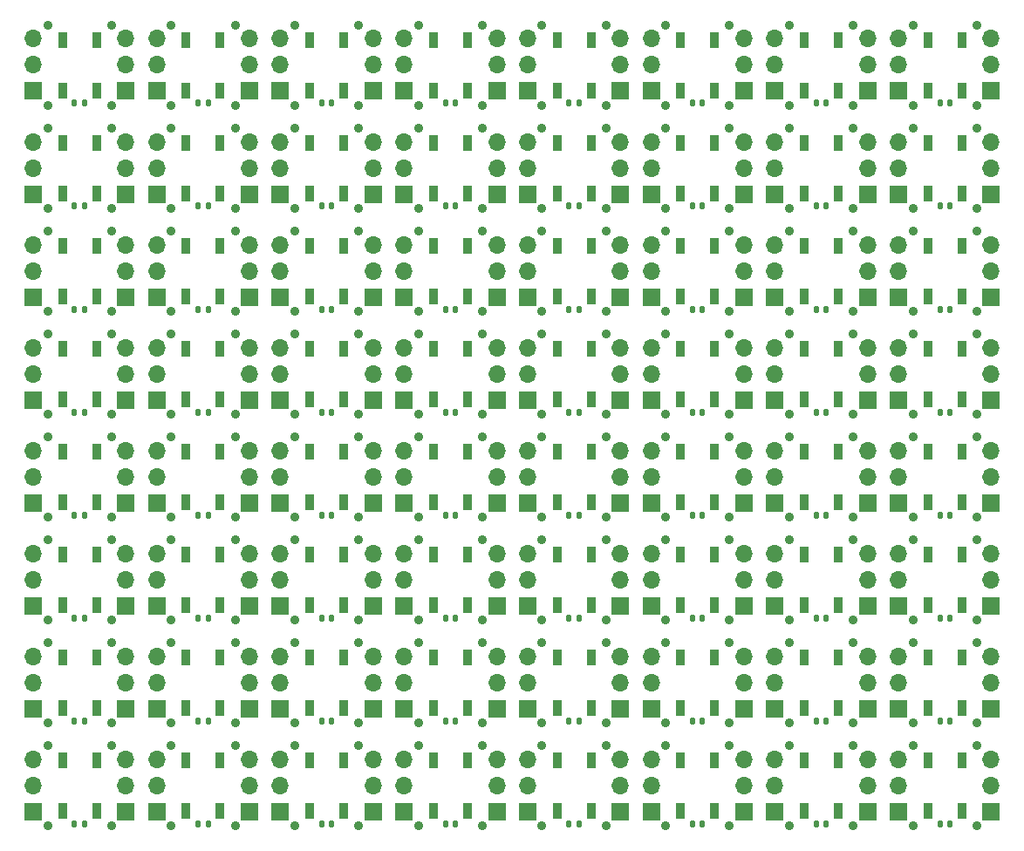
<source format=gbr>
%TF.GenerationSoftware,KiCad,Pcbnew,8.0.5*%
%TF.CreationDate,2024-10-23T08:28:05+02:00*%
%TF.ProjectId,ws2812b_carry,77733238-3132-4625-9f63-617272792e6b,rev?*%
%TF.SameCoordinates,Original*%
%TF.FileFunction,Soldermask,Top*%
%TF.FilePolarity,Negative*%
%FSLAX46Y46*%
G04 Gerber Fmt 4.6, Leading zero omitted, Abs format (unit mm)*
G04 Created by KiCad (PCBNEW 8.0.5) date 2024-10-23 08:28:05*
%MOMM*%
%LPD*%
G01*
G04 APERTURE LIST*
G04 Aperture macros list*
%AMRoundRect*
0 Rectangle with rounded corners*
0 $1 Rounding radius*
0 $2 $3 $4 $5 $6 $7 $8 $9 X,Y pos of 4 corners*
0 Add a 4 corners polygon primitive as box body*
4,1,4,$2,$3,$4,$5,$6,$7,$8,$9,$2,$3,0*
0 Add four circle primitives for the rounded corners*
1,1,$1+$1,$2,$3*
1,1,$1+$1,$4,$5*
1,1,$1+$1,$6,$7*
1,1,$1+$1,$8,$9*
0 Add four rect primitives between the rounded corners*
20,1,$1+$1,$2,$3,$4,$5,0*
20,1,$1+$1,$4,$5,$6,$7,0*
20,1,$1+$1,$6,$7,$8,$9,0*
20,1,$1+$1,$8,$9,$2,$3,0*%
G04 Aperture macros list end*
%ADD10C,0.900000*%
%ADD11R,1.700000X1.700000*%
%ADD12O,1.700000X1.700000*%
%ADD13R,0.900000X1.500000*%
%ADD14RoundRect,0.140000X-0.140000X-0.170000X0.140000X-0.170000X0.140000X0.170000X-0.140000X0.170000X0*%
G04 APERTURE END LIST*
D10*
%TO.C,REF\u002A\u002A*%
X138900000Y-86100000D03*
%TD*%
D11*
%TO.C,J2*%
X98500000Y-72525000D03*
D12*
X98500000Y-69985000D03*
X98500000Y-67445000D03*
%TD*%
D10*
%TO.C,REF\u002A\u002A*%
X78900000Y-56100000D03*
%TD*%
%TO.C,REF\u002A\u002A*%
X133100000Y-73900000D03*
%TD*%
%TO.C,REF\u002A\u002A*%
X97100000Y-33900000D03*
%TD*%
D13*
%TO.C,D1*%
X140350000Y-42450000D03*
X143650000Y-42450000D03*
X143650000Y-37550000D03*
X140350000Y-37550000D03*
%TD*%
D14*
%TO.C,C1*%
X141520000Y-43700000D03*
X142480000Y-43700000D03*
%TD*%
D11*
%TO.C,J1*%
X65500000Y-72525000D03*
D12*
X65500000Y-69985000D03*
X65500000Y-67445000D03*
%TD*%
D14*
%TO.C,C1*%
X117520000Y-43700000D03*
X118480000Y-43700000D03*
%TD*%
D10*
%TO.C,REF\u002A\u002A*%
X150900000Y-33900000D03*
%TD*%
%TO.C,REF\u002A\u002A*%
X138900000Y-103900000D03*
%TD*%
D14*
%TO.C,C1*%
X93520000Y-53700000D03*
X94480000Y-53700000D03*
%TD*%
D13*
%TO.C,D1*%
X152350000Y-62450000D03*
X155650000Y-62450000D03*
X155650000Y-57550000D03*
X152350000Y-57550000D03*
%TD*%
D10*
%TO.C,REF\u002A\u002A*%
X78900000Y-86100000D03*
%TD*%
%TO.C,REF\u002A\u002A*%
X114900000Y-63900000D03*
%TD*%
D11*
%TO.C,J1*%
X149500000Y-52525000D03*
D12*
X149500000Y-49985000D03*
X149500000Y-47445000D03*
%TD*%
D10*
%TO.C,REF\u002A\u002A*%
X73100000Y-33900000D03*
%TD*%
D11*
%TO.C,J1*%
X101500000Y-92525000D03*
D12*
X101500000Y-89985000D03*
X101500000Y-87445000D03*
%TD*%
D10*
%TO.C,REF\u002A\u002A*%
X126900000Y-43900000D03*
%TD*%
%TO.C,REF\u002A\u002A*%
X85100000Y-83900000D03*
%TD*%
%TO.C,REF\u002A\u002A*%
X66900000Y-56100000D03*
%TD*%
%TO.C,REF\u002A\u002A*%
X97100000Y-103900000D03*
%TD*%
%TO.C,REF\u002A\u002A*%
X90900000Y-83900000D03*
%TD*%
%TO.C,REF\u002A\u002A*%
X150900000Y-43900000D03*
%TD*%
D14*
%TO.C,C1*%
X153520000Y-93700000D03*
X154480000Y-93700000D03*
%TD*%
D10*
%TO.C,REF\u002A\u002A*%
X90900000Y-86100000D03*
%TD*%
%TO.C,REF\u002A\u002A*%
X109100000Y-56100000D03*
%TD*%
%TO.C,REF\u002A\u002A*%
X90900000Y-43900000D03*
%TD*%
%TO.C,REF\u002A\u002A*%
X138900000Y-53900000D03*
%TD*%
%TO.C,REF\u002A\u002A*%
X150900000Y-53900000D03*
%TD*%
%TO.C,REF\u002A\u002A*%
X145100000Y-33900000D03*
%TD*%
%TO.C,REF\u002A\u002A*%
X109100000Y-93900000D03*
%TD*%
D11*
%TO.C,J2*%
X146500000Y-32525000D03*
D12*
X146500000Y-29985000D03*
X146500000Y-27445000D03*
%TD*%
D10*
%TO.C,REF\u002A\u002A*%
X102900000Y-46100000D03*
%TD*%
D11*
%TO.C,J2*%
X74500000Y-102525000D03*
D12*
X74500000Y-99985000D03*
X74500000Y-97445000D03*
%TD*%
D11*
%TO.C,J1*%
X65500000Y-102525000D03*
D12*
X65500000Y-99985000D03*
X65500000Y-97445000D03*
%TD*%
D10*
%TO.C,REF\u002A\u002A*%
X138900000Y-56100000D03*
%TD*%
D11*
%TO.C,J2*%
X158500000Y-32525000D03*
D12*
X158500000Y-29985000D03*
X158500000Y-27445000D03*
%TD*%
D13*
%TO.C,D1*%
X152350000Y-92450000D03*
X155650000Y-92450000D03*
X155650000Y-87550000D03*
X152350000Y-87550000D03*
%TD*%
D11*
%TO.C,J1*%
X77500000Y-62525000D03*
D12*
X77500000Y-59985000D03*
X77500000Y-57445000D03*
%TD*%
D11*
%TO.C,J2*%
X122500000Y-82525000D03*
D12*
X122500000Y-79985000D03*
X122500000Y-77445000D03*
%TD*%
D13*
%TO.C,D1*%
X128350000Y-72450000D03*
X131650000Y-72450000D03*
X131650000Y-67550000D03*
X128350000Y-67550000D03*
%TD*%
D10*
%TO.C,REF\u002A\u002A*%
X97100000Y-96100000D03*
%TD*%
%TO.C,REF\u002A\u002A*%
X97100000Y-86100000D03*
%TD*%
%TO.C,REF\u002A\u002A*%
X66900000Y-63900000D03*
%TD*%
%TO.C,REF\u002A\u002A*%
X73100000Y-56100000D03*
%TD*%
%TO.C,REF\u002A\u002A*%
X109100000Y-83900000D03*
%TD*%
%TO.C,REF\u002A\u002A*%
X121100000Y-43900000D03*
%TD*%
%TO.C,REF\u002A\u002A*%
X78900000Y-83900000D03*
%TD*%
D11*
%TO.C,J2*%
X158500000Y-62525000D03*
D12*
X158500000Y-59985000D03*
X158500000Y-57445000D03*
%TD*%
D10*
%TO.C,REF\u002A\u002A*%
X114900000Y-76100000D03*
%TD*%
D14*
%TO.C,C1*%
X69520000Y-83700000D03*
X70480000Y-83700000D03*
%TD*%
D10*
%TO.C,REF\u002A\u002A*%
X109100000Y-26100000D03*
%TD*%
%TO.C,REF\u002A\u002A*%
X157100000Y-76100000D03*
%TD*%
%TO.C,REF\u002A\u002A*%
X157100000Y-103900000D03*
%TD*%
%TO.C,REF\u002A\u002A*%
X133100000Y-26100000D03*
%TD*%
%TO.C,REF\u002A\u002A*%
X150900000Y-86100000D03*
%TD*%
%TO.C,REF\u002A\u002A*%
X157100000Y-96100000D03*
%TD*%
D13*
%TO.C,D1*%
X104350000Y-72450000D03*
X107650000Y-72450000D03*
X107650000Y-67550000D03*
X104350000Y-67550000D03*
%TD*%
D14*
%TO.C,C1*%
X81520000Y-93700000D03*
X82480000Y-93700000D03*
%TD*%
D11*
%TO.C,J2*%
X146500000Y-62525000D03*
D12*
X146500000Y-59985000D03*
X146500000Y-57445000D03*
%TD*%
D13*
%TO.C,D1*%
X140350000Y-72450000D03*
X143650000Y-72450000D03*
X143650000Y-67550000D03*
X140350000Y-67550000D03*
%TD*%
D14*
%TO.C,C1*%
X153520000Y-73700000D03*
X154480000Y-73700000D03*
%TD*%
%TO.C,C1*%
X105520000Y-63700000D03*
X106480000Y-63700000D03*
%TD*%
D10*
%TO.C,REF\u002A\u002A*%
X109100000Y-96100000D03*
%TD*%
%TO.C,REF\u002A\u002A*%
X97100000Y-53900000D03*
%TD*%
%TO.C,REF\u002A\u002A*%
X114900000Y-56100000D03*
%TD*%
%TO.C,REF\u002A\u002A*%
X90900000Y-46100000D03*
%TD*%
%TO.C,REF\u002A\u002A*%
X85100000Y-26100000D03*
%TD*%
D11*
%TO.C,J1*%
X89500000Y-72525000D03*
D12*
X89500000Y-69985000D03*
X89500000Y-67445000D03*
%TD*%
D10*
%TO.C,REF\u002A\u002A*%
X102900000Y-43900000D03*
%TD*%
%TO.C,REF\u002A\u002A*%
X138900000Y-33900000D03*
%TD*%
%TO.C,REF\u002A\u002A*%
X150900000Y-73900000D03*
%TD*%
%TO.C,REF\u002A\u002A*%
X66900000Y-103900000D03*
%TD*%
%TO.C,REF\u002A\u002A*%
X121100000Y-33900000D03*
%TD*%
D11*
%TO.C,J2*%
X74500000Y-72525000D03*
D12*
X74500000Y-69985000D03*
X74500000Y-67445000D03*
%TD*%
D14*
%TO.C,C1*%
X69520000Y-63700000D03*
X70480000Y-63700000D03*
%TD*%
D11*
%TO.C,J2*%
X146500000Y-52525000D03*
D12*
X146500000Y-49985000D03*
X146500000Y-47445000D03*
%TD*%
D11*
%TO.C,J1*%
X89500000Y-52525000D03*
D12*
X89500000Y-49985000D03*
X89500000Y-47445000D03*
%TD*%
D11*
%TO.C,J2*%
X110500000Y-62525000D03*
D12*
X110500000Y-59985000D03*
X110500000Y-57445000D03*
%TD*%
D10*
%TO.C,REF\u002A\u002A*%
X73100000Y-96100000D03*
%TD*%
%TO.C,REF\u002A\u002A*%
X73100000Y-73900000D03*
%TD*%
D13*
%TO.C,D1*%
X68350000Y-102450000D03*
X71650000Y-102450000D03*
X71650000Y-97550000D03*
X68350000Y-97550000D03*
%TD*%
D10*
%TO.C,REF\u002A\u002A*%
X90900000Y-26100000D03*
%TD*%
D11*
%TO.C,J1*%
X89500000Y-32525000D03*
D12*
X89500000Y-29985000D03*
X89500000Y-27445000D03*
%TD*%
D11*
%TO.C,J1*%
X65500000Y-42525000D03*
D12*
X65500000Y-39985000D03*
X65500000Y-37445000D03*
%TD*%
D10*
%TO.C,REF\u002A\u002A*%
X85100000Y-73900000D03*
%TD*%
D11*
%TO.C,J1*%
X137500000Y-82525000D03*
D12*
X137500000Y-79985000D03*
X137500000Y-77445000D03*
%TD*%
D10*
%TO.C,REF\u002A\u002A*%
X126900000Y-33900000D03*
%TD*%
%TO.C,REF\u002A\u002A*%
X114900000Y-53900000D03*
%TD*%
%TO.C,REF\u002A\u002A*%
X157100000Y-63900000D03*
%TD*%
D11*
%TO.C,J1*%
X65500000Y-92525000D03*
D12*
X65500000Y-89985000D03*
X65500000Y-87445000D03*
%TD*%
D10*
%TO.C,REF\u002A\u002A*%
X66900000Y-66100000D03*
%TD*%
D14*
%TO.C,C1*%
X141520000Y-103700000D03*
X142480000Y-103700000D03*
%TD*%
D10*
%TO.C,REF\u002A\u002A*%
X73100000Y-83900000D03*
%TD*%
D13*
%TO.C,D1*%
X92350000Y-52450000D03*
X95650000Y-52450000D03*
X95650000Y-47550000D03*
X92350000Y-47550000D03*
%TD*%
D11*
%TO.C,J1*%
X89500000Y-42525000D03*
D12*
X89500000Y-39985000D03*
X89500000Y-37445000D03*
%TD*%
D10*
%TO.C,REF\u002A\u002A*%
X114900000Y-93900000D03*
%TD*%
D11*
%TO.C,J2*%
X98500000Y-62525000D03*
D12*
X98500000Y-59985000D03*
X98500000Y-57445000D03*
%TD*%
D10*
%TO.C,REF\u002A\u002A*%
X114900000Y-43900000D03*
%TD*%
%TO.C,REF\u002A\u002A*%
X145100000Y-76100000D03*
%TD*%
%TO.C,REF\u002A\u002A*%
X102900000Y-73900000D03*
%TD*%
D11*
%TO.C,J2*%
X86500000Y-42525000D03*
D12*
X86500000Y-39985000D03*
X86500000Y-37445000D03*
%TD*%
D10*
%TO.C,REF\u002A\u002A*%
X114900000Y-96100000D03*
%TD*%
D11*
%TO.C,J1*%
X113500000Y-32525000D03*
D12*
X113500000Y-29985000D03*
X113500000Y-27445000D03*
%TD*%
D14*
%TO.C,C1*%
X153520000Y-83700000D03*
X154480000Y-83700000D03*
%TD*%
%TO.C,C1*%
X69520000Y-93700000D03*
X70480000Y-93700000D03*
%TD*%
D10*
%TO.C,REF\u002A\u002A*%
X126900000Y-93900000D03*
%TD*%
D13*
%TO.C,D1*%
X92350000Y-42450000D03*
X95650000Y-42450000D03*
X95650000Y-37550000D03*
X92350000Y-37550000D03*
%TD*%
D10*
%TO.C,REF\u002A\u002A*%
X97100000Y-76100000D03*
%TD*%
D11*
%TO.C,J2*%
X158500000Y-92525000D03*
D12*
X158500000Y-89985000D03*
X158500000Y-87445000D03*
%TD*%
D10*
%TO.C,REF\u002A\u002A*%
X145100000Y-83900000D03*
%TD*%
D14*
%TO.C,C1*%
X105520000Y-73700000D03*
X106480000Y-73700000D03*
%TD*%
D11*
%TO.C,J1*%
X101500000Y-52525000D03*
D12*
X101500000Y-49985000D03*
X101500000Y-47445000D03*
%TD*%
D11*
%TO.C,J1*%
X65500000Y-52525000D03*
D12*
X65500000Y-49985000D03*
X65500000Y-47445000D03*
%TD*%
D13*
%TO.C,D1*%
X128350000Y-102450000D03*
X131650000Y-102450000D03*
X131650000Y-97550000D03*
X128350000Y-97550000D03*
%TD*%
D10*
%TO.C,REF\u002A\u002A*%
X66900000Y-53900000D03*
%TD*%
D13*
%TO.C,D1*%
X116350000Y-52450000D03*
X119650000Y-52450000D03*
X119650000Y-47550000D03*
X116350000Y-47550000D03*
%TD*%
D10*
%TO.C,REF\u002A\u002A*%
X157100000Y-93900000D03*
%TD*%
%TO.C,REF\u002A\u002A*%
X157100000Y-56100000D03*
%TD*%
%TO.C,REF\u002A\u002A*%
X114900000Y-73900000D03*
%TD*%
D11*
%TO.C,J2*%
X86500000Y-82525000D03*
D12*
X86500000Y-79985000D03*
X86500000Y-77445000D03*
%TD*%
D10*
%TO.C,REF\u002A\u002A*%
X90900000Y-36100000D03*
%TD*%
D11*
%TO.C,J2*%
X98500000Y-82525000D03*
D12*
X98500000Y-79985000D03*
X98500000Y-77445000D03*
%TD*%
D14*
%TO.C,C1*%
X153520000Y-103700000D03*
X154480000Y-103700000D03*
%TD*%
%TO.C,C1*%
X69520000Y-103700000D03*
X70480000Y-103700000D03*
%TD*%
D10*
%TO.C,REF\u002A\u002A*%
X109100000Y-36100000D03*
%TD*%
D13*
%TO.C,D1*%
X128350000Y-82450000D03*
X131650000Y-82450000D03*
X131650000Y-77550000D03*
X128350000Y-77550000D03*
%TD*%
D10*
%TO.C,REF\u002A\u002A*%
X78900000Y-46100000D03*
%TD*%
%TO.C,REF\u002A\u002A*%
X90900000Y-96100000D03*
%TD*%
%TO.C,REF\u002A\u002A*%
X150900000Y-93900000D03*
%TD*%
%TO.C,REF\u002A\u002A*%
X97100000Y-43900000D03*
%TD*%
%TO.C,REF\u002A\u002A*%
X109100000Y-66100000D03*
%TD*%
D13*
%TO.C,D1*%
X68350000Y-52450000D03*
X71650000Y-52450000D03*
X71650000Y-47550000D03*
X68350000Y-47550000D03*
%TD*%
D10*
%TO.C,REF\u002A\u002A*%
X114900000Y-46100000D03*
%TD*%
%TO.C,REF\u002A\u002A*%
X85100000Y-53900000D03*
%TD*%
%TO.C,REF\u002A\u002A*%
X78900000Y-63900000D03*
%TD*%
%TO.C,REF\u002A\u002A*%
X66900000Y-76100000D03*
%TD*%
D13*
%TO.C,D1*%
X80350000Y-52450000D03*
X83650000Y-52450000D03*
X83650000Y-47550000D03*
X80350000Y-47550000D03*
%TD*%
D14*
%TO.C,C1*%
X141520000Y-53700000D03*
X142480000Y-53700000D03*
%TD*%
D10*
%TO.C,REF\u002A\u002A*%
X90900000Y-73900000D03*
%TD*%
D11*
%TO.C,J1*%
X101500000Y-72525000D03*
D12*
X101500000Y-69985000D03*
X101500000Y-67445000D03*
%TD*%
D10*
%TO.C,REF\u002A\u002A*%
X90900000Y-33900000D03*
%TD*%
D14*
%TO.C,C1*%
X81520000Y-103700000D03*
X82480000Y-103700000D03*
%TD*%
%TO.C,C1*%
X117520000Y-103700000D03*
X118480000Y-103700000D03*
%TD*%
D10*
%TO.C,REF\u002A\u002A*%
X133100000Y-56100000D03*
%TD*%
%TO.C,REF\u002A\u002A*%
X145100000Y-46100000D03*
%TD*%
D13*
%TO.C,D1*%
X140350000Y-62450000D03*
X143650000Y-62450000D03*
X143650000Y-57550000D03*
X140350000Y-57550000D03*
%TD*%
D14*
%TO.C,C1*%
X93520000Y-43700000D03*
X94480000Y-43700000D03*
%TD*%
D10*
%TO.C,REF\u002A\u002A*%
X97100000Y-36100000D03*
%TD*%
%TO.C,REF\u002A\u002A*%
X145100000Y-43900000D03*
%TD*%
%TO.C,REF\u002A\u002A*%
X90900000Y-103900000D03*
%TD*%
D11*
%TO.C,J2*%
X158500000Y-72525000D03*
D12*
X158500000Y-69985000D03*
X158500000Y-67445000D03*
%TD*%
D13*
%TO.C,D1*%
X80350000Y-72450000D03*
X83650000Y-72450000D03*
X83650000Y-67550000D03*
X80350000Y-67550000D03*
%TD*%
D10*
%TO.C,REF\u002A\u002A*%
X157100000Y-53900000D03*
%TD*%
D14*
%TO.C,C1*%
X117520000Y-63700000D03*
X118480000Y-63700000D03*
%TD*%
D13*
%TO.C,D1*%
X116350000Y-82450000D03*
X119650000Y-82450000D03*
X119650000Y-77550000D03*
X116350000Y-77550000D03*
%TD*%
D10*
%TO.C,REF\u002A\u002A*%
X66900000Y-46100000D03*
%TD*%
D13*
%TO.C,D1*%
X104350000Y-62450000D03*
X107650000Y-62450000D03*
X107650000Y-57550000D03*
X104350000Y-57550000D03*
%TD*%
D11*
%TO.C,J2*%
X134500000Y-102525000D03*
D12*
X134500000Y-99985000D03*
X134500000Y-97445000D03*
%TD*%
D10*
%TO.C,REF\u002A\u002A*%
X150900000Y-66100000D03*
%TD*%
%TO.C,REF\u002A\u002A*%
X145100000Y-56100000D03*
%TD*%
%TO.C,REF\u002A\u002A*%
X138900000Y-36100000D03*
%TD*%
%TO.C,REF\u002A\u002A*%
X109100000Y-76100000D03*
%TD*%
D13*
%TO.C,D1*%
X116350000Y-62450000D03*
X119650000Y-62450000D03*
X119650000Y-57550000D03*
X116350000Y-57550000D03*
%TD*%
D11*
%TO.C,J1*%
X101500000Y-82525000D03*
D12*
X101500000Y-79985000D03*
X101500000Y-77445000D03*
%TD*%
D11*
%TO.C,J2*%
X74500000Y-52525000D03*
D12*
X74500000Y-49985000D03*
X74500000Y-47445000D03*
%TD*%
D11*
%TO.C,J2*%
X98500000Y-42525000D03*
D12*
X98500000Y-39985000D03*
X98500000Y-37445000D03*
%TD*%
D10*
%TO.C,REF\u002A\u002A*%
X102900000Y-66100000D03*
%TD*%
%TO.C,REF\u002A\u002A*%
X73100000Y-26100000D03*
%TD*%
D14*
%TO.C,C1*%
X69520000Y-53700000D03*
X70480000Y-53700000D03*
%TD*%
D11*
%TO.C,J1*%
X137500000Y-42525000D03*
D12*
X137500000Y-39985000D03*
X137500000Y-37445000D03*
%TD*%
D11*
%TO.C,J2*%
X110500000Y-42525000D03*
D12*
X110500000Y-39985000D03*
X110500000Y-37445000D03*
%TD*%
D11*
%TO.C,J2*%
X110500000Y-92525000D03*
D12*
X110500000Y-89985000D03*
X110500000Y-87445000D03*
%TD*%
D11*
%TO.C,J2*%
X122500000Y-32525000D03*
D12*
X122500000Y-29985000D03*
X122500000Y-27445000D03*
%TD*%
D13*
%TO.C,D1*%
X68350000Y-92450000D03*
X71650000Y-92450000D03*
X71650000Y-87550000D03*
X68350000Y-87550000D03*
%TD*%
D10*
%TO.C,REF\u002A\u002A*%
X109100000Y-86100000D03*
%TD*%
D14*
%TO.C,C1*%
X153520000Y-63700000D03*
X154480000Y-63700000D03*
%TD*%
D10*
%TO.C,REF\u002A\u002A*%
X66900000Y-83900000D03*
%TD*%
%TO.C,REF\u002A\u002A*%
X150900000Y-56100000D03*
%TD*%
%TO.C,REF\u002A\u002A*%
X138900000Y-73900000D03*
%TD*%
D11*
%TO.C,J1*%
X113500000Y-82525000D03*
D12*
X113500000Y-79985000D03*
X113500000Y-77445000D03*
%TD*%
D11*
%TO.C,J2*%
X98500000Y-52525000D03*
D12*
X98500000Y-49985000D03*
X98500000Y-47445000D03*
%TD*%
D11*
%TO.C,J2*%
X74500000Y-92525000D03*
D12*
X74500000Y-89985000D03*
X74500000Y-87445000D03*
%TD*%
D10*
%TO.C,REF\u002A\u002A*%
X138900000Y-46100000D03*
%TD*%
%TO.C,REF\u002A\u002A*%
X150900000Y-63900000D03*
%TD*%
%TO.C,REF\u002A\u002A*%
X138900000Y-26100000D03*
%TD*%
D13*
%TO.C,D1*%
X152350000Y-32450000D03*
X155650000Y-32450000D03*
X155650000Y-27550000D03*
X152350000Y-27550000D03*
%TD*%
%TO.C,D1*%
X92350000Y-62450000D03*
X95650000Y-62450000D03*
X95650000Y-57550000D03*
X92350000Y-57550000D03*
%TD*%
D11*
%TO.C,J1*%
X149500000Y-72525000D03*
D12*
X149500000Y-69985000D03*
X149500000Y-67445000D03*
%TD*%
D10*
%TO.C,REF\u002A\u002A*%
X73100000Y-76100000D03*
%TD*%
D14*
%TO.C,C1*%
X93520000Y-93700000D03*
X94480000Y-93700000D03*
%TD*%
D10*
%TO.C,REF\u002A\u002A*%
X133100000Y-53900000D03*
%TD*%
D11*
%TO.C,J1*%
X149500000Y-102525000D03*
D12*
X149500000Y-99985000D03*
X149500000Y-97445000D03*
%TD*%
D11*
%TO.C,J2*%
X134500000Y-52525000D03*
D12*
X134500000Y-49985000D03*
X134500000Y-47445000D03*
%TD*%
D10*
%TO.C,REF\u002A\u002A*%
X157100000Y-36100000D03*
%TD*%
D14*
%TO.C,C1*%
X69520000Y-73700000D03*
X70480000Y-73700000D03*
%TD*%
D10*
%TO.C,REF\u002A\u002A*%
X85100000Y-63900000D03*
%TD*%
D13*
%TO.C,D1*%
X140350000Y-92450000D03*
X143650000Y-92450000D03*
X143650000Y-87550000D03*
X140350000Y-87550000D03*
%TD*%
D11*
%TO.C,J2*%
X134500000Y-72525000D03*
D12*
X134500000Y-69985000D03*
X134500000Y-67445000D03*
%TD*%
D10*
%TO.C,REF\u002A\u002A*%
X66900000Y-86100000D03*
%TD*%
%TO.C,REF\u002A\u002A*%
X66900000Y-43900000D03*
%TD*%
%TO.C,REF\u002A\u002A*%
X145100000Y-86100000D03*
%TD*%
%TO.C,REF\u002A\u002A*%
X73100000Y-53900000D03*
%TD*%
D14*
%TO.C,C1*%
X129520000Y-73700000D03*
X130480000Y-73700000D03*
%TD*%
D11*
%TO.C,J1*%
X137500000Y-62525000D03*
D12*
X137500000Y-59985000D03*
X137500000Y-57445000D03*
%TD*%
D10*
%TO.C,REF\u002A\u002A*%
X97100000Y-83900000D03*
%TD*%
D11*
%TO.C,J2*%
X74500000Y-62525000D03*
D12*
X74500000Y-59985000D03*
X74500000Y-57445000D03*
%TD*%
D11*
%TO.C,J1*%
X137500000Y-92525000D03*
D12*
X137500000Y-89985000D03*
X137500000Y-87445000D03*
%TD*%
D10*
%TO.C,REF\u002A\u002A*%
X126900000Y-96100000D03*
%TD*%
D11*
%TO.C,J1*%
X137500000Y-72525000D03*
D12*
X137500000Y-69985000D03*
X137500000Y-67445000D03*
%TD*%
D10*
%TO.C,REF\u002A\u002A*%
X102900000Y-86100000D03*
%TD*%
D13*
%TO.C,D1*%
X68350000Y-62450000D03*
X71650000Y-62450000D03*
X71650000Y-57550000D03*
X68350000Y-57550000D03*
%TD*%
%TO.C,D1*%
X128350000Y-42450000D03*
X131650000Y-42450000D03*
X131650000Y-37550000D03*
X128350000Y-37550000D03*
%TD*%
D14*
%TO.C,C1*%
X117520000Y-73700000D03*
X118480000Y-73700000D03*
%TD*%
D10*
%TO.C,REF\u002A\u002A*%
X73100000Y-36100000D03*
%TD*%
D11*
%TO.C,J1*%
X101500000Y-62525000D03*
D12*
X101500000Y-59985000D03*
X101500000Y-57445000D03*
%TD*%
D10*
%TO.C,REF\u002A\u002A*%
X97100000Y-46100000D03*
%TD*%
D11*
%TO.C,J2*%
X122500000Y-52525000D03*
D12*
X122500000Y-49985000D03*
X122500000Y-47445000D03*
%TD*%
D10*
%TO.C,REF\u002A\u002A*%
X126900000Y-73900000D03*
%TD*%
%TO.C,REF\u002A\u002A*%
X114900000Y-83900000D03*
%TD*%
D14*
%TO.C,C1*%
X141520000Y-73700000D03*
X142480000Y-73700000D03*
%TD*%
D11*
%TO.C,J1*%
X101500000Y-32525000D03*
D12*
X101500000Y-29985000D03*
X101500000Y-27445000D03*
%TD*%
D11*
%TO.C,J1*%
X125500000Y-32525000D03*
D12*
X125500000Y-29985000D03*
X125500000Y-27445000D03*
%TD*%
D11*
%TO.C,J1*%
X89500000Y-92525000D03*
D12*
X89500000Y-89985000D03*
X89500000Y-87445000D03*
%TD*%
D13*
%TO.C,D1*%
X92350000Y-82450000D03*
X95650000Y-82450000D03*
X95650000Y-77550000D03*
X92350000Y-77550000D03*
%TD*%
D10*
%TO.C,REF\u002A\u002A*%
X145100000Y-93900000D03*
%TD*%
D13*
%TO.C,D1*%
X140350000Y-82450000D03*
X143650000Y-82450000D03*
X143650000Y-77550000D03*
X140350000Y-77550000D03*
%TD*%
D14*
%TO.C,C1*%
X117520000Y-53700000D03*
X118480000Y-53700000D03*
%TD*%
%TO.C,C1*%
X105520000Y-33700000D03*
X106480000Y-33700000D03*
%TD*%
D10*
%TO.C,REF\u002A\u002A*%
X85100000Y-56100000D03*
%TD*%
%TO.C,REF\u002A\u002A*%
X114900000Y-33900000D03*
%TD*%
%TO.C,REF\u002A\u002A*%
X66900000Y-36100000D03*
%TD*%
%TO.C,REF\u002A\u002A*%
X150900000Y-83900000D03*
%TD*%
D14*
%TO.C,C1*%
X117520000Y-83700000D03*
X118480000Y-83700000D03*
%TD*%
%TO.C,C1*%
X69520000Y-43700000D03*
X70480000Y-43700000D03*
%TD*%
D10*
%TO.C,REF\u002A\u002A*%
X97100000Y-63900000D03*
%TD*%
D11*
%TO.C,J2*%
X110500000Y-102525000D03*
D12*
X110500000Y-99985000D03*
X110500000Y-97445000D03*
%TD*%
D13*
%TO.C,D1*%
X80350000Y-82450000D03*
X83650000Y-82450000D03*
X83650000Y-77550000D03*
X80350000Y-77550000D03*
%TD*%
%TO.C,D1*%
X68350000Y-32450000D03*
X71650000Y-32450000D03*
X71650000Y-27550000D03*
X68350000Y-27550000D03*
%TD*%
D10*
%TO.C,REF\u002A\u002A*%
X73100000Y-66100000D03*
%TD*%
D13*
%TO.C,D1*%
X140350000Y-102450000D03*
X143650000Y-102450000D03*
X143650000Y-97550000D03*
X140350000Y-97550000D03*
%TD*%
D11*
%TO.C,J1*%
X89500000Y-62525000D03*
D12*
X89500000Y-59985000D03*
X89500000Y-57445000D03*
%TD*%
D14*
%TO.C,C1*%
X141520000Y-33700000D03*
X142480000Y-33700000D03*
%TD*%
D11*
%TO.C,J2*%
X146500000Y-42525000D03*
D12*
X146500000Y-39985000D03*
X146500000Y-37445000D03*
%TD*%
D10*
%TO.C,REF\u002A\u002A*%
X78900000Y-103900000D03*
%TD*%
D13*
%TO.C,D1*%
X128350000Y-62450000D03*
X131650000Y-62450000D03*
X131650000Y-57550000D03*
X128350000Y-57550000D03*
%TD*%
D11*
%TO.C,J2*%
X110500000Y-52525000D03*
D12*
X110500000Y-49985000D03*
X110500000Y-47445000D03*
%TD*%
D13*
%TO.C,D1*%
X152350000Y-82450000D03*
X155650000Y-82450000D03*
X155650000Y-77550000D03*
X152350000Y-77550000D03*
%TD*%
D10*
%TO.C,REF\u002A\u002A*%
X66900000Y-93900000D03*
%TD*%
D11*
%TO.C,J1*%
X77500000Y-92525000D03*
D12*
X77500000Y-89985000D03*
X77500000Y-87445000D03*
%TD*%
D14*
%TO.C,C1*%
X81520000Y-73700000D03*
X82480000Y-73700000D03*
%TD*%
%TO.C,C1*%
X105520000Y-83700000D03*
X106480000Y-83700000D03*
%TD*%
%TO.C,C1*%
X93520000Y-73700000D03*
X94480000Y-73700000D03*
%TD*%
D10*
%TO.C,REF\u002A\u002A*%
X102900000Y-96100000D03*
%TD*%
%TO.C,REF\u002A\u002A*%
X90900000Y-63900000D03*
%TD*%
%TO.C,REF\u002A\u002A*%
X85100000Y-93900000D03*
%TD*%
D11*
%TO.C,J2*%
X122500000Y-62525000D03*
D12*
X122500000Y-59985000D03*
X122500000Y-57445000D03*
%TD*%
D10*
%TO.C,REF\u002A\u002A*%
X78900000Y-73900000D03*
%TD*%
%TO.C,REF\u002A\u002A*%
X109100000Y-33900000D03*
%TD*%
%TO.C,REF\u002A\u002A*%
X133100000Y-46100000D03*
%TD*%
D14*
%TO.C,C1*%
X153520000Y-53700000D03*
X154480000Y-53700000D03*
%TD*%
D13*
%TO.C,D1*%
X80350000Y-42450000D03*
X83650000Y-42450000D03*
X83650000Y-37550000D03*
X80350000Y-37550000D03*
%TD*%
D10*
%TO.C,REF\u002A\u002A*%
X78900000Y-33900000D03*
%TD*%
%TO.C,REF\u002A\u002A*%
X73100000Y-86100000D03*
%TD*%
D11*
%TO.C,J1*%
X89500000Y-102525000D03*
D12*
X89500000Y-99985000D03*
X89500000Y-97445000D03*
%TD*%
D10*
%TO.C,REF\u002A\u002A*%
X109100000Y-53900000D03*
%TD*%
D11*
%TO.C,J2*%
X158500000Y-42525000D03*
D12*
X158500000Y-39985000D03*
X158500000Y-37445000D03*
%TD*%
D10*
%TO.C,REF\u002A\u002A*%
X121100000Y-83900000D03*
%TD*%
D14*
%TO.C,C1*%
X141520000Y-93700000D03*
X142480000Y-93700000D03*
%TD*%
D10*
%TO.C,REF\u002A\u002A*%
X157100000Y-26100000D03*
%TD*%
%TO.C,REF\u002A\u002A*%
X97100000Y-93900000D03*
%TD*%
%TO.C,REF\u002A\u002A*%
X121100000Y-63900000D03*
%TD*%
D14*
%TO.C,C1*%
X93520000Y-103700000D03*
X94480000Y-103700000D03*
%TD*%
%TO.C,C1*%
X81520000Y-63700000D03*
X82480000Y-63700000D03*
%TD*%
D11*
%TO.C,J2*%
X134500000Y-32525000D03*
D12*
X134500000Y-29985000D03*
X134500000Y-27445000D03*
%TD*%
D11*
%TO.C,J1*%
X125500000Y-62525000D03*
D12*
X125500000Y-59985000D03*
X125500000Y-57445000D03*
%TD*%
D11*
%TO.C,J1*%
X137500000Y-102525000D03*
D12*
X137500000Y-99985000D03*
X137500000Y-97445000D03*
%TD*%
D10*
%TO.C,REF\u002A\u002A*%
X97100000Y-66100000D03*
%TD*%
D13*
%TO.C,D1*%
X128350000Y-92450000D03*
X131650000Y-92450000D03*
X131650000Y-87550000D03*
X128350000Y-87550000D03*
%TD*%
%TO.C,D1*%
X152350000Y-42450000D03*
X155650000Y-42450000D03*
X155650000Y-37550000D03*
X152350000Y-37550000D03*
%TD*%
D11*
%TO.C,J2*%
X158500000Y-102525000D03*
D12*
X158500000Y-99985000D03*
X158500000Y-97445000D03*
%TD*%
D10*
%TO.C,REF\u002A\u002A*%
X114900000Y-66100000D03*
%TD*%
D13*
%TO.C,D1*%
X116350000Y-32450000D03*
X119650000Y-32450000D03*
X119650000Y-27550000D03*
X116350000Y-27550000D03*
%TD*%
D10*
%TO.C,REF\u002A\u002A*%
X150900000Y-103900000D03*
%TD*%
D13*
%TO.C,D1*%
X116350000Y-42450000D03*
X119650000Y-42450000D03*
X119650000Y-37550000D03*
X116350000Y-37550000D03*
%TD*%
D10*
%TO.C,REF\u002A\u002A*%
X150900000Y-96100000D03*
%TD*%
%TO.C,REF\u002A\u002A*%
X133100000Y-33900000D03*
%TD*%
D11*
%TO.C,J2*%
X74500000Y-32525000D03*
D12*
X74500000Y-29985000D03*
X74500000Y-27445000D03*
%TD*%
D10*
%TO.C,REF\u002A\u002A*%
X73100000Y-93900000D03*
%TD*%
D13*
%TO.C,D1*%
X152350000Y-102450000D03*
X155650000Y-102450000D03*
X155650000Y-97550000D03*
X152350000Y-97550000D03*
%TD*%
D10*
%TO.C,REF\u002A\u002A*%
X66900000Y-26100000D03*
%TD*%
%TO.C,REF\u002A\u002A*%
X102900000Y-26100000D03*
%TD*%
%TO.C,REF\u002A\u002A*%
X133100000Y-83900000D03*
%TD*%
%TO.C,REF\u002A\u002A*%
X133100000Y-36100000D03*
%TD*%
%TO.C,REF\u002A\u002A*%
X85100000Y-43900000D03*
%TD*%
D14*
%TO.C,C1*%
X105520000Y-43700000D03*
X106480000Y-43700000D03*
%TD*%
D10*
%TO.C,REF\u002A\u002A*%
X121100000Y-66100000D03*
%TD*%
%TO.C,REF\u002A\u002A*%
X138900000Y-76100000D03*
%TD*%
%TO.C,REF\u002A\u002A*%
X78900000Y-43900000D03*
%TD*%
D11*
%TO.C,J2*%
X146500000Y-82525000D03*
D12*
X146500000Y-79985000D03*
X146500000Y-77445000D03*
%TD*%
D10*
%TO.C,REF\u002A\u002A*%
X145100000Y-63900000D03*
%TD*%
D14*
%TO.C,C1*%
X69520000Y-33700000D03*
X70480000Y-33700000D03*
%TD*%
D13*
%TO.C,D1*%
X68350000Y-42450000D03*
X71650000Y-42450000D03*
X71650000Y-37550000D03*
X68350000Y-37550000D03*
%TD*%
D10*
%TO.C,REF\u002A\u002A*%
X85100000Y-76100000D03*
%TD*%
%TO.C,REF\u002A\u002A*%
X109100000Y-46100000D03*
%TD*%
%TO.C,REF\u002A\u002A*%
X157100000Y-86100000D03*
%TD*%
%TO.C,REF\u002A\u002A*%
X102900000Y-103900000D03*
%TD*%
%TO.C,REF\u002A\u002A*%
X126900000Y-46100000D03*
%TD*%
%TO.C,REF\u002A\u002A*%
X145100000Y-36100000D03*
%TD*%
D11*
%TO.C,J1*%
X77500000Y-82525000D03*
D12*
X77500000Y-79985000D03*
X77500000Y-77445000D03*
%TD*%
D10*
%TO.C,REF\u002A\u002A*%
X66900000Y-73900000D03*
%TD*%
D11*
%TO.C,J2*%
X158500000Y-82525000D03*
D12*
X158500000Y-79985000D03*
X158500000Y-77445000D03*
%TD*%
D11*
%TO.C,J2*%
X86500000Y-102525000D03*
D12*
X86500000Y-99985000D03*
X86500000Y-97445000D03*
%TD*%
D14*
%TO.C,C1*%
X117520000Y-93700000D03*
X118480000Y-93700000D03*
%TD*%
D10*
%TO.C,REF\u002A\u002A*%
X109100000Y-43900000D03*
%TD*%
%TO.C,REF\u002A\u002A*%
X138900000Y-96100000D03*
%TD*%
%TO.C,REF\u002A\u002A*%
X66900000Y-33900000D03*
%TD*%
%TO.C,REF\u002A\u002A*%
X85100000Y-66100000D03*
%TD*%
D11*
%TO.C,J1*%
X113500000Y-42525000D03*
D12*
X113500000Y-39985000D03*
X113500000Y-37445000D03*
%TD*%
D10*
%TO.C,REF\u002A\u002A*%
X133100000Y-96100000D03*
%TD*%
D11*
%TO.C,J2*%
X134500000Y-62525000D03*
D12*
X134500000Y-59985000D03*
X134500000Y-57445000D03*
%TD*%
D10*
%TO.C,REF\u002A\u002A*%
X126900000Y-36100000D03*
%TD*%
%TO.C,REF\u002A\u002A*%
X102900000Y-83900000D03*
%TD*%
D11*
%TO.C,J1*%
X149500000Y-82525000D03*
D12*
X149500000Y-79985000D03*
X149500000Y-77445000D03*
%TD*%
D14*
%TO.C,C1*%
X81520000Y-43700000D03*
X82480000Y-43700000D03*
%TD*%
D10*
%TO.C,REF\u002A\u002A*%
X157100000Y-83900000D03*
%TD*%
%TO.C,REF\u002A\u002A*%
X121100000Y-73900000D03*
%TD*%
%TO.C,REF\u002A\u002A*%
X133100000Y-103900000D03*
%TD*%
D14*
%TO.C,C1*%
X129520000Y-83700000D03*
X130480000Y-83700000D03*
%TD*%
D11*
%TO.C,J2*%
X86500000Y-52525000D03*
D12*
X86500000Y-49985000D03*
X86500000Y-47445000D03*
%TD*%
D10*
%TO.C,REF\u002A\u002A*%
X102900000Y-36100000D03*
%TD*%
D13*
%TO.C,D1*%
X104350000Y-42450000D03*
X107650000Y-42450000D03*
X107650000Y-37550000D03*
X104350000Y-37550000D03*
%TD*%
D10*
%TO.C,REF\u002A\u002A*%
X145100000Y-103900000D03*
%TD*%
D14*
%TO.C,C1*%
X81520000Y-53700000D03*
X82480000Y-53700000D03*
%TD*%
D11*
%TO.C,J1*%
X149500000Y-92525000D03*
D12*
X149500000Y-89985000D03*
X149500000Y-87445000D03*
%TD*%
D11*
%TO.C,J2*%
X146500000Y-92525000D03*
D12*
X146500000Y-89985000D03*
X146500000Y-87445000D03*
%TD*%
D10*
%TO.C,REF\u002A\u002A*%
X102900000Y-53900000D03*
%TD*%
%TO.C,REF\u002A\u002A*%
X133100000Y-66100000D03*
%TD*%
D11*
%TO.C,J1*%
X149500000Y-32525000D03*
D12*
X149500000Y-29985000D03*
X149500000Y-27445000D03*
%TD*%
D11*
%TO.C,J2*%
X98500000Y-102525000D03*
D12*
X98500000Y-99985000D03*
X98500000Y-97445000D03*
%TD*%
D10*
%TO.C,REF\u002A\u002A*%
X157100000Y-66100000D03*
%TD*%
%TO.C,REF\u002A\u002A*%
X150900000Y-36100000D03*
%TD*%
%TO.C,REF\u002A\u002A*%
X157100000Y-73900000D03*
%TD*%
%TO.C,REF\u002A\u002A*%
X121100000Y-53900000D03*
%TD*%
%TO.C,REF\u002A\u002A*%
X126900000Y-56100000D03*
%TD*%
%TO.C,REF\u002A\u002A*%
X121100000Y-46100000D03*
%TD*%
D13*
%TO.C,D1*%
X80350000Y-32450000D03*
X83650000Y-32450000D03*
X83650000Y-27550000D03*
X80350000Y-27550000D03*
%TD*%
D11*
%TO.C,J2*%
X134500000Y-82525000D03*
D12*
X134500000Y-79985000D03*
X134500000Y-77445000D03*
%TD*%
D11*
%TO.C,J1*%
X77500000Y-72525000D03*
D12*
X77500000Y-69985000D03*
X77500000Y-67445000D03*
%TD*%
D10*
%TO.C,REF\u002A\u002A*%
X102900000Y-76100000D03*
%TD*%
%TO.C,REF\u002A\u002A*%
X90900000Y-93900000D03*
%TD*%
D14*
%TO.C,C1*%
X81520000Y-83700000D03*
X82480000Y-83700000D03*
%TD*%
D11*
%TO.C,J1*%
X125500000Y-42525000D03*
D12*
X125500000Y-39985000D03*
X125500000Y-37445000D03*
%TD*%
D10*
%TO.C,REF\u002A\u002A*%
X114900000Y-86100000D03*
%TD*%
D11*
%TO.C,J2*%
X122500000Y-92525000D03*
D12*
X122500000Y-89985000D03*
X122500000Y-87445000D03*
%TD*%
D10*
%TO.C,REF\u002A\u002A*%
X145100000Y-26100000D03*
%TD*%
%TO.C,REF\u002A\u002A*%
X85100000Y-36100000D03*
%TD*%
D11*
%TO.C,J2*%
X98500000Y-92525000D03*
D12*
X98500000Y-89985000D03*
X98500000Y-87445000D03*
%TD*%
D10*
%TO.C,REF\u002A\u002A*%
X138900000Y-93900000D03*
%TD*%
%TO.C,REF\u002A\u002A*%
X73100000Y-43900000D03*
%TD*%
D11*
%TO.C,J1*%
X113500000Y-72525000D03*
D12*
X113500000Y-69985000D03*
X113500000Y-67445000D03*
%TD*%
D13*
%TO.C,D1*%
X92350000Y-72450000D03*
X95650000Y-72450000D03*
X95650000Y-67550000D03*
X92350000Y-67550000D03*
%TD*%
D10*
%TO.C,REF\u002A\u002A*%
X150900000Y-46100000D03*
%TD*%
D14*
%TO.C,C1*%
X129520000Y-93700000D03*
X130480000Y-93700000D03*
%TD*%
D11*
%TO.C,J2*%
X110500000Y-72525000D03*
D12*
X110500000Y-69985000D03*
X110500000Y-67445000D03*
%TD*%
D11*
%TO.C,J1*%
X77500000Y-102525000D03*
D12*
X77500000Y-99985000D03*
X77500000Y-97445000D03*
%TD*%
D11*
%TO.C,J1*%
X125500000Y-52525000D03*
D12*
X125500000Y-49985000D03*
X125500000Y-47445000D03*
%TD*%
D11*
%TO.C,J1*%
X77500000Y-42525000D03*
D12*
X77500000Y-39985000D03*
X77500000Y-37445000D03*
%TD*%
D11*
%TO.C,J2*%
X134500000Y-92525000D03*
D12*
X134500000Y-89985000D03*
X134500000Y-87445000D03*
%TD*%
D13*
%TO.C,D1*%
X140350000Y-52450000D03*
X143650000Y-52450000D03*
X143650000Y-47550000D03*
X140350000Y-47550000D03*
%TD*%
D14*
%TO.C,C1*%
X129520000Y-43700000D03*
X130480000Y-43700000D03*
%TD*%
D13*
%TO.C,D1*%
X104350000Y-102450000D03*
X107650000Y-102450000D03*
X107650000Y-97550000D03*
X104350000Y-97550000D03*
%TD*%
D10*
%TO.C,REF\u002A\u002A*%
X126900000Y-103900000D03*
%TD*%
%TO.C,REF\u002A\u002A*%
X97100000Y-26100000D03*
%TD*%
%TO.C,REF\u002A\u002A*%
X121100000Y-36100000D03*
%TD*%
D11*
%TO.C,J2*%
X122500000Y-102525000D03*
D12*
X122500000Y-99985000D03*
X122500000Y-97445000D03*
%TD*%
D10*
%TO.C,REF\u002A\u002A*%
X73100000Y-63900000D03*
%TD*%
%TO.C,REF\u002A\u002A*%
X78900000Y-26100000D03*
%TD*%
D11*
%TO.C,J1*%
X65500000Y-82525000D03*
D12*
X65500000Y-79985000D03*
X65500000Y-77445000D03*
%TD*%
D11*
%TO.C,J1*%
X101500000Y-102525000D03*
D12*
X101500000Y-99985000D03*
X101500000Y-97445000D03*
%TD*%
D10*
%TO.C,REF\u002A\u002A*%
X66900000Y-96100000D03*
%TD*%
%TO.C,REF\u002A\u002A*%
X150900000Y-26100000D03*
%TD*%
D11*
%TO.C,J1*%
X149500000Y-42525000D03*
D12*
X149500000Y-39985000D03*
X149500000Y-37445000D03*
%TD*%
D10*
%TO.C,REF\u002A\u002A*%
X109100000Y-73900000D03*
%TD*%
D13*
%TO.C,D1*%
X104350000Y-32450000D03*
X107650000Y-32450000D03*
X107650000Y-27550000D03*
X104350000Y-27550000D03*
%TD*%
%TO.C,D1*%
X68350000Y-72450000D03*
X71650000Y-72450000D03*
X71650000Y-67550000D03*
X68350000Y-67550000D03*
%TD*%
D10*
%TO.C,REF\u002A\u002A*%
X78900000Y-93900000D03*
%TD*%
D13*
%TO.C,D1*%
X128350000Y-52450000D03*
X131650000Y-52450000D03*
X131650000Y-47550000D03*
X128350000Y-47550000D03*
%TD*%
D10*
%TO.C,REF\u002A\u002A*%
X85100000Y-33900000D03*
%TD*%
D14*
%TO.C,C1*%
X129520000Y-103700000D03*
X130480000Y-103700000D03*
%TD*%
D10*
%TO.C,REF\u002A\u002A*%
X157100000Y-46100000D03*
%TD*%
%TO.C,REF\u002A\u002A*%
X78900000Y-96100000D03*
%TD*%
D14*
%TO.C,C1*%
X129520000Y-53700000D03*
X130480000Y-53700000D03*
%TD*%
D11*
%TO.C,J1*%
X149500000Y-62525000D03*
D12*
X149500000Y-59985000D03*
X149500000Y-57445000D03*
%TD*%
D10*
%TO.C,REF\u002A\u002A*%
X133100000Y-93900000D03*
%TD*%
D11*
%TO.C,J1*%
X125500000Y-92525000D03*
D12*
X125500000Y-89985000D03*
X125500000Y-87445000D03*
%TD*%
D10*
%TO.C,REF\u002A\u002A*%
X102900000Y-93900000D03*
%TD*%
D11*
%TO.C,J1*%
X77500000Y-52525000D03*
D12*
X77500000Y-49985000D03*
X77500000Y-47445000D03*
%TD*%
D10*
%TO.C,REF\u002A\u002A*%
X73100000Y-46100000D03*
%TD*%
%TO.C,REF\u002A\u002A*%
X133100000Y-86100000D03*
%TD*%
D14*
%TO.C,C1*%
X93520000Y-33700000D03*
X94480000Y-33700000D03*
%TD*%
D11*
%TO.C,J1*%
X137500000Y-32525000D03*
D12*
X137500000Y-29985000D03*
X137500000Y-27445000D03*
%TD*%
D10*
%TO.C,REF\u002A\u002A*%
X126900000Y-66100000D03*
%TD*%
D14*
%TO.C,C1*%
X129520000Y-63700000D03*
X130480000Y-63700000D03*
%TD*%
D10*
%TO.C,REF\u002A\u002A*%
X114900000Y-36100000D03*
%TD*%
%TO.C,REF\u002A\u002A*%
X85100000Y-96100000D03*
%TD*%
%TO.C,REF\u002A\u002A*%
X138900000Y-43900000D03*
%TD*%
D11*
%TO.C,J2*%
X158500000Y-52525000D03*
D12*
X158500000Y-49985000D03*
X158500000Y-47445000D03*
%TD*%
D11*
%TO.C,J1*%
X125500000Y-82525000D03*
D12*
X125500000Y-79985000D03*
X125500000Y-77445000D03*
%TD*%
D10*
%TO.C,REF\u002A\u002A*%
X145100000Y-66100000D03*
%TD*%
D13*
%TO.C,D1*%
X80350000Y-62450000D03*
X83650000Y-62450000D03*
X83650000Y-57550000D03*
X80350000Y-57550000D03*
%TD*%
%TO.C,D1*%
X68350000Y-82450000D03*
X71650000Y-82450000D03*
X71650000Y-77550000D03*
X68350000Y-77550000D03*
%TD*%
D10*
%TO.C,REF\u002A\u002A*%
X157100000Y-43900000D03*
%TD*%
D11*
%TO.C,J1*%
X89500000Y-82525000D03*
D12*
X89500000Y-79985000D03*
X89500000Y-77445000D03*
%TD*%
D10*
%TO.C,REF\u002A\u002A*%
X109100000Y-63900000D03*
%TD*%
D13*
%TO.C,D1*%
X92350000Y-102450000D03*
X95650000Y-102450000D03*
X95650000Y-97550000D03*
X92350000Y-97550000D03*
%TD*%
%TO.C,D1*%
X128350000Y-32450000D03*
X131650000Y-32450000D03*
X131650000Y-27550000D03*
X128350000Y-27550000D03*
%TD*%
D10*
%TO.C,REF\u002A\u002A*%
X138900000Y-63900000D03*
%TD*%
D13*
%TO.C,D1*%
X140350000Y-32450000D03*
X143650000Y-32450000D03*
X143650000Y-27550000D03*
X140350000Y-27550000D03*
%TD*%
D10*
%TO.C,REF\u002A\u002A*%
X126900000Y-26100000D03*
%TD*%
%TO.C,REF\u002A\u002A*%
X145100000Y-96100000D03*
%TD*%
D11*
%TO.C,J1*%
X113500000Y-62525000D03*
D12*
X113500000Y-59985000D03*
X113500000Y-57445000D03*
%TD*%
D11*
%TO.C,J1*%
X65500000Y-62525000D03*
D12*
X65500000Y-59985000D03*
X65500000Y-57445000D03*
%TD*%
D10*
%TO.C,REF\u002A\u002A*%
X73100000Y-103900000D03*
%TD*%
%TO.C,REF\u002A\u002A*%
X90900000Y-76100000D03*
%TD*%
%TO.C,REF\u002A\u002A*%
X121100000Y-93900000D03*
%TD*%
D13*
%TO.C,D1*%
X104350000Y-82450000D03*
X107650000Y-82450000D03*
X107650000Y-77550000D03*
X104350000Y-77550000D03*
%TD*%
D11*
%TO.C,J1*%
X77500000Y-32525000D03*
D12*
X77500000Y-29985000D03*
X77500000Y-27445000D03*
%TD*%
D10*
%TO.C,REF\u002A\u002A*%
X78900000Y-53900000D03*
%TD*%
%TO.C,REF\u002A\u002A*%
X78900000Y-36100000D03*
%TD*%
D13*
%TO.C,D1*%
X152350000Y-52450000D03*
X155650000Y-52450000D03*
X155650000Y-47550000D03*
X152350000Y-47550000D03*
%TD*%
D10*
%TO.C,REF\u002A\u002A*%
X133100000Y-43900000D03*
%TD*%
D11*
%TO.C,J2*%
X134500000Y-42525000D03*
D12*
X134500000Y-39985000D03*
X134500000Y-37445000D03*
%TD*%
D14*
%TO.C,C1*%
X105520000Y-53700000D03*
X106480000Y-53700000D03*
%TD*%
D10*
%TO.C,REF\u002A\u002A*%
X121100000Y-76100000D03*
%TD*%
%TO.C,REF\u002A\u002A*%
X102900000Y-33900000D03*
%TD*%
D14*
%TO.C,C1*%
X93520000Y-63700000D03*
X94480000Y-63700000D03*
%TD*%
%TO.C,C1*%
X141520000Y-83700000D03*
X142480000Y-83700000D03*
%TD*%
%TO.C,C1*%
X81520000Y-33700000D03*
X82480000Y-33700000D03*
%TD*%
D10*
%TO.C,REF\u002A\u002A*%
X97100000Y-73900000D03*
%TD*%
%TO.C,REF\u002A\u002A*%
X138900000Y-66100000D03*
%TD*%
D13*
%TO.C,D1*%
X80350000Y-92450000D03*
X83650000Y-92450000D03*
X83650000Y-87550000D03*
X80350000Y-87550000D03*
%TD*%
D11*
%TO.C,J1*%
X125500000Y-102525000D03*
D12*
X125500000Y-99985000D03*
X125500000Y-97445000D03*
%TD*%
D14*
%TO.C,C1*%
X129520000Y-33700000D03*
X130480000Y-33700000D03*
%TD*%
D13*
%TO.C,D1*%
X92350000Y-32450000D03*
X95650000Y-32450000D03*
X95650000Y-27550000D03*
X92350000Y-27550000D03*
%TD*%
D11*
%TO.C,J2*%
X74500000Y-42525000D03*
D12*
X74500000Y-39985000D03*
X74500000Y-37445000D03*
%TD*%
D10*
%TO.C,REF\u002A\u002A*%
X85100000Y-86100000D03*
%TD*%
%TO.C,REF\u002A\u002A*%
X90900000Y-56100000D03*
%TD*%
D14*
%TO.C,C1*%
X153520000Y-33700000D03*
X154480000Y-33700000D03*
%TD*%
D10*
%TO.C,REF\u002A\u002A*%
X114900000Y-103900000D03*
%TD*%
D11*
%TO.C,J1*%
X125500000Y-72525000D03*
D12*
X125500000Y-69985000D03*
X125500000Y-67445000D03*
%TD*%
D10*
%TO.C,REF\u002A\u002A*%
X109100000Y-103900000D03*
%TD*%
%TO.C,REF\u002A\u002A*%
X133100000Y-76100000D03*
%TD*%
%TO.C,REF\u002A\u002A*%
X126900000Y-83900000D03*
%TD*%
D13*
%TO.C,D1*%
X116350000Y-92450000D03*
X119650000Y-92450000D03*
X119650000Y-87550000D03*
X116350000Y-87550000D03*
%TD*%
%TO.C,D1*%
X116350000Y-72450000D03*
X119650000Y-72450000D03*
X119650000Y-67550000D03*
X116350000Y-67550000D03*
%TD*%
D10*
%TO.C,REF\u002A\u002A*%
X102900000Y-63900000D03*
%TD*%
D14*
%TO.C,C1*%
X105520000Y-93700000D03*
X106480000Y-93700000D03*
%TD*%
D10*
%TO.C,REF\u002A\u002A*%
X145100000Y-73900000D03*
%TD*%
D11*
%TO.C,J2*%
X110500000Y-82525000D03*
D12*
X110500000Y-79985000D03*
X110500000Y-77445000D03*
%TD*%
D13*
%TO.C,D1*%
X116350000Y-102450000D03*
X119650000Y-102450000D03*
X119650000Y-97550000D03*
X116350000Y-97550000D03*
%TD*%
D11*
%TO.C,J2*%
X74500000Y-82525000D03*
D12*
X74500000Y-79985000D03*
X74500000Y-77445000D03*
%TD*%
D10*
%TO.C,REF\u002A\u002A*%
X85100000Y-46100000D03*
%TD*%
%TO.C,REF\u002A\u002A*%
X78900000Y-76100000D03*
%TD*%
D13*
%TO.C,D1*%
X104350000Y-52450000D03*
X107650000Y-52450000D03*
X107650000Y-47550000D03*
X104350000Y-47550000D03*
%TD*%
D11*
%TO.C,J1*%
X113500000Y-92525000D03*
D12*
X113500000Y-89985000D03*
X113500000Y-87445000D03*
%TD*%
D11*
%TO.C,J2*%
X86500000Y-32525000D03*
D12*
X86500000Y-29985000D03*
X86500000Y-27445000D03*
%TD*%
D11*
%TO.C,J2*%
X146500000Y-102525000D03*
D12*
X146500000Y-99985000D03*
X146500000Y-97445000D03*
%TD*%
D10*
%TO.C,REF\u002A\u002A*%
X102900000Y-56100000D03*
%TD*%
D11*
%TO.C,J2*%
X86500000Y-92525000D03*
D12*
X86500000Y-89985000D03*
X86500000Y-87445000D03*
%TD*%
D11*
%TO.C,J2*%
X86500000Y-62525000D03*
D12*
X86500000Y-59985000D03*
X86500000Y-57445000D03*
%TD*%
D13*
%TO.C,D1*%
X92350000Y-92450000D03*
X95650000Y-92450000D03*
X95650000Y-87550000D03*
X92350000Y-87550000D03*
%TD*%
D11*
%TO.C,J2*%
X98500000Y-32525000D03*
D12*
X98500000Y-29985000D03*
X98500000Y-27445000D03*
%TD*%
D11*
%TO.C,J2*%
X146500000Y-72525000D03*
D12*
X146500000Y-69985000D03*
X146500000Y-67445000D03*
%TD*%
D11*
%TO.C,J2*%
X86500000Y-72525000D03*
D12*
X86500000Y-69985000D03*
X86500000Y-67445000D03*
%TD*%
D11*
%TO.C,J1*%
X113500000Y-102525000D03*
D12*
X113500000Y-99985000D03*
X113500000Y-97445000D03*
%TD*%
D13*
%TO.C,D1*%
X104350000Y-92450000D03*
X107650000Y-92450000D03*
X107650000Y-87550000D03*
X104350000Y-87550000D03*
%TD*%
D10*
%TO.C,REF\u002A\u002A*%
X121100000Y-56100000D03*
%TD*%
D14*
%TO.C,C1*%
X153520000Y-43700000D03*
X154480000Y-43700000D03*
%TD*%
D10*
%TO.C,REF\u002A\u002A*%
X150900000Y-76100000D03*
%TD*%
%TO.C,REF\u002A\u002A*%
X90900000Y-53900000D03*
%TD*%
%TO.C,REF\u002A\u002A*%
X85100000Y-103900000D03*
%TD*%
%TO.C,REF\u002A\u002A*%
X90900000Y-66100000D03*
%TD*%
%TO.C,REF\u002A\u002A*%
X133100000Y-63900000D03*
%TD*%
%TO.C,REF\u002A\u002A*%
X97100000Y-56100000D03*
%TD*%
D14*
%TO.C,C1*%
X117520000Y-33700000D03*
X118480000Y-33700000D03*
%TD*%
D10*
%TO.C,REF\u002A\u002A*%
X157100000Y-33900000D03*
%TD*%
D11*
%TO.C,J1*%
X137500000Y-52525000D03*
D12*
X137500000Y-49985000D03*
X137500000Y-47445000D03*
%TD*%
D11*
%TO.C,J1*%
X101500000Y-42525000D03*
D12*
X101500000Y-39985000D03*
X101500000Y-37445000D03*
%TD*%
D10*
%TO.C,REF\u002A\u002A*%
X138900000Y-83900000D03*
%TD*%
%TO.C,REF\u002A\u002A*%
X145100000Y-53900000D03*
%TD*%
D11*
%TO.C,J2*%
X122500000Y-72525000D03*
D12*
X122500000Y-69985000D03*
X122500000Y-67445000D03*
%TD*%
D11*
%TO.C,J1*%
X65500000Y-32525000D03*
D12*
X65500000Y-29985000D03*
X65500000Y-27445000D03*
%TD*%
D10*
%TO.C,REF\u002A\u002A*%
X121100000Y-86100000D03*
%TD*%
%TO.C,REF\u002A\u002A*%
X126900000Y-53900000D03*
%TD*%
D13*
%TO.C,D1*%
X80350000Y-102450000D03*
X83650000Y-102450000D03*
X83650000Y-97550000D03*
X80350000Y-97550000D03*
%TD*%
D10*
%TO.C,REF\u002A\u002A*%
X126900000Y-86100000D03*
%TD*%
%TO.C,REF\u002A\u002A*%
X126900000Y-76100000D03*
%TD*%
D11*
%TO.C,J2*%
X110500000Y-32525000D03*
D12*
X110500000Y-29985000D03*
X110500000Y-27445000D03*
%TD*%
D10*
%TO.C,REF\u002A\u002A*%
X114900000Y-26100000D03*
%TD*%
D11*
%TO.C,J2*%
X122500000Y-42525000D03*
D12*
X122500000Y-39985000D03*
X122500000Y-37445000D03*
%TD*%
D14*
%TO.C,C1*%
X105520000Y-103700000D03*
X106480000Y-103700000D03*
%TD*%
%TO.C,C1*%
X93520000Y-83700000D03*
X94480000Y-83700000D03*
%TD*%
D13*
%TO.C,D1*%
X152350000Y-72450000D03*
X155650000Y-72450000D03*
X155650000Y-67550000D03*
X152350000Y-67550000D03*
%TD*%
D10*
%TO.C,REF\u002A\u002A*%
X121100000Y-26100000D03*
%TD*%
%TO.C,REF\u002A\u002A*%
X126900000Y-63900000D03*
%TD*%
D14*
%TO.C,C1*%
X141520000Y-63700000D03*
X142480000Y-63700000D03*
%TD*%
D11*
%TO.C,J1*%
X113500000Y-52525000D03*
D12*
X113500000Y-49985000D03*
X113500000Y-47445000D03*
%TD*%
D10*
%TO.C,REF\u002A\u002A*%
X78900000Y-66100000D03*
%TD*%
%TO.C,REF\u002A\u002A*%
X121100000Y-103900000D03*
%TD*%
%TO.C,REF\u002A\u002A*%
X121100000Y-96100000D03*
%TD*%
M02*

</source>
